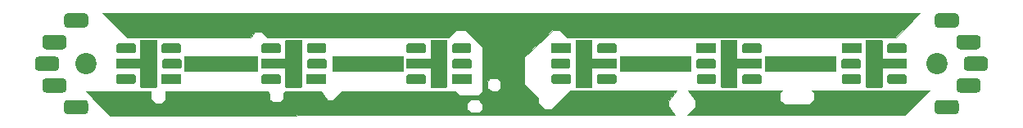
<source format=gts>
%TF.GenerationSoftware,KiCad,Pcbnew,5.1.10-88a1d61d58~90~ubuntu20.04.1*%
%TF.CreationDate,2021-10-17T13:06:20+02:00*%
%TF.ProjectId,LightSTICK,4c696768-7453-4544-9943-4b2e6b696361,rev?*%
%TF.SameCoordinates,Original*%
%TF.FileFunction,Soldermask,Top*%
%TF.FilePolarity,Negative*%
%FSLAX46Y46*%
G04 Gerber Fmt 4.6, Leading zero omitted, Abs format (unit mm)*
G04 Created by KiCad (PCBNEW 5.1.10-88a1d61d58~90~ubuntu20.04.1) date 2021-10-17 13:06:20*
%MOMM*%
%LPD*%
G01*
G04 APERTURE LIST*
%ADD10C,0.100000*%
%ADD11R,2.800000X1.000000*%
%ADD12R,2.000000X1.000000*%
%ADD13C,2.200000*%
G04 APERTURE END LIST*
D10*
G36*
X52700000Y-60100000D02*
G01*
X53200000Y-60600000D01*
X53800000Y-60600000D01*
X54200000Y-60200000D01*
X54200000Y-59400000D01*
X64800000Y-59400000D01*
X65000000Y-59600000D01*
X65000000Y-60200000D01*
X65300000Y-60500000D01*
X66100000Y-60500000D01*
X66400000Y-60200000D01*
X66400000Y-59600000D01*
X66600000Y-59400000D01*
X70300000Y-59400000D01*
X71000000Y-60300000D01*
X71600000Y-60300000D01*
X72400000Y-59400000D01*
X84200000Y-59400000D01*
X84600000Y-59800000D01*
X86600000Y-59800000D01*
X87000000Y-59400000D01*
X87200000Y-60200000D01*
X87200000Y-60900000D01*
X86600000Y-60200000D01*
X85800000Y-60200000D01*
X85400000Y-60600000D01*
X85400000Y-61200000D01*
X85800000Y-61600000D01*
X86800000Y-61600000D01*
X86800000Y-61800000D01*
X48500000Y-61900000D01*
X46000000Y-59400000D01*
X52700000Y-59400000D01*
X52700000Y-60100000D01*
G37*
X52700000Y-60100000D02*
X53200000Y-60600000D01*
X53800000Y-60600000D01*
X54200000Y-60200000D01*
X54200000Y-59400000D01*
X64800000Y-59400000D01*
X65000000Y-59600000D01*
X65000000Y-60200000D01*
X65300000Y-60500000D01*
X66100000Y-60500000D01*
X66400000Y-60200000D01*
X66400000Y-59600000D01*
X66600000Y-59400000D01*
X70300000Y-59400000D01*
X71000000Y-60300000D01*
X71600000Y-60300000D01*
X72400000Y-59400000D01*
X84200000Y-59400000D01*
X84600000Y-59800000D01*
X86600000Y-59800000D01*
X87000000Y-59400000D01*
X87200000Y-60200000D01*
X87200000Y-60900000D01*
X86600000Y-60200000D01*
X85800000Y-60200000D01*
X85400000Y-60600000D01*
X85400000Y-61200000D01*
X85800000Y-61600000D01*
X86800000Y-61600000D01*
X86800000Y-61800000D01*
X48500000Y-61900000D01*
X46000000Y-59400000D01*
X52700000Y-59400000D01*
X52700000Y-60100000D01*
G36*
X129750000Y-53750000D02*
G01*
X95750000Y-53750000D01*
X95000000Y-53000000D01*
X94250000Y-53000000D01*
X92900000Y-54300000D01*
X85750000Y-53500000D01*
X85250000Y-53000000D01*
X84250000Y-53000000D01*
X83500000Y-53750000D01*
X64700000Y-53800000D01*
X64100000Y-53200000D01*
X63500000Y-53200000D01*
X63000000Y-53800000D01*
X50250000Y-53750000D01*
X47750000Y-51250000D01*
X132250000Y-51250000D01*
X129750000Y-53750000D01*
G37*
X129750000Y-53750000D02*
X95750000Y-53750000D01*
X95000000Y-53000000D01*
X94250000Y-53000000D01*
X92900000Y-54300000D01*
X85750000Y-53500000D01*
X85250000Y-53000000D01*
X84250000Y-53000000D01*
X83500000Y-53750000D01*
X64700000Y-53800000D01*
X64100000Y-53200000D01*
X63500000Y-53200000D01*
X63000000Y-53800000D01*
X50250000Y-53750000D01*
X47750000Y-51250000D01*
X132250000Y-51250000D01*
X129750000Y-53750000D01*
G36*
X106250000Y-60400000D02*
G01*
X106250000Y-60900000D01*
X106900000Y-61800000D01*
X86400000Y-61800000D01*
X87000000Y-61200000D01*
X87000000Y-59400000D01*
X92100000Y-59350000D01*
X92750000Y-60050000D01*
X92750000Y-60525000D01*
X93400000Y-61250000D01*
X94100000Y-61250000D01*
X96100000Y-59300000D01*
X107100000Y-59300000D01*
X106250000Y-60400000D01*
G37*
X106250000Y-60400000D02*
X106250000Y-60900000D01*
X106900000Y-61800000D01*
X86400000Y-61800000D01*
X87000000Y-61200000D01*
X87000000Y-59400000D01*
X92100000Y-59350000D01*
X92750000Y-60050000D01*
X92750000Y-60525000D01*
X93400000Y-61250000D01*
X94100000Y-61250000D01*
X96100000Y-59300000D01*
X107100000Y-59300000D01*
X106250000Y-60400000D01*
G36*
X117750000Y-59500000D02*
G01*
X117750000Y-60250000D01*
X118250000Y-60750000D01*
X120750000Y-60750000D01*
X121250000Y-60250000D01*
X121250000Y-59500000D01*
X121000000Y-59250000D01*
X133250000Y-59250000D01*
X130700000Y-61800000D01*
X108200000Y-61800000D01*
X109000000Y-61000000D01*
X109000000Y-60250000D01*
X108250000Y-59250000D01*
X118000000Y-59250000D01*
X117750000Y-59500000D01*
G37*
X117750000Y-59500000D02*
X117750000Y-60250000D01*
X118250000Y-60750000D01*
X120750000Y-60750000D01*
X121250000Y-60250000D01*
X121250000Y-59500000D01*
X121000000Y-59250000D01*
X133250000Y-59250000D01*
X130700000Y-61800000D01*
X108200000Y-61800000D01*
X109000000Y-61000000D01*
X109000000Y-60250000D01*
X108250000Y-59250000D01*
X118000000Y-59250000D01*
X117750000Y-59500000D01*
G36*
X91300000Y-55800000D02*
G01*
X91300000Y-58600000D01*
X92250000Y-59500000D01*
X88500000Y-59400000D01*
X88900000Y-59000000D01*
X88900000Y-58300000D01*
X88500000Y-58000000D01*
X87800000Y-58000000D01*
X87500000Y-58300000D01*
X87500000Y-59000000D01*
X88000000Y-59400000D01*
X87000000Y-59400000D01*
X87000000Y-54750000D01*
X85750000Y-53500000D01*
X93750000Y-53500000D01*
X91300000Y-55800000D01*
G37*
X91300000Y-55800000D02*
X91300000Y-58600000D01*
X92250000Y-59500000D01*
X88500000Y-59400000D01*
X88900000Y-59000000D01*
X88900000Y-58300000D01*
X88500000Y-58000000D01*
X87800000Y-58000000D01*
X87500000Y-58300000D01*
X87500000Y-59000000D01*
X88000000Y-59400000D01*
X87000000Y-59400000D01*
X87000000Y-54750000D01*
X85750000Y-53500000D01*
X93750000Y-53500000D01*
X91300000Y-55800000D01*
G36*
X123500000Y-57250000D02*
G01*
X116250000Y-57250000D01*
X116250000Y-55750000D01*
X123500000Y-55750000D01*
X123500000Y-57250000D01*
G37*
X123500000Y-57250000D02*
X116250000Y-57250000D01*
X116250000Y-55750000D01*
X123500000Y-55750000D01*
X123500000Y-57250000D01*
G36*
X108500000Y-57250000D02*
G01*
X101250000Y-57250000D01*
X101250000Y-55750000D01*
X108500000Y-55750000D01*
X108500000Y-57250000D01*
G37*
X108500000Y-57250000D02*
X101250000Y-57250000D01*
X101250000Y-55750000D01*
X108500000Y-55750000D01*
X108500000Y-57250000D01*
G36*
X78750000Y-57250000D02*
G01*
X71500000Y-57250000D01*
X71500000Y-55750000D01*
X78750000Y-55750000D01*
X78750000Y-57250000D01*
G37*
X78750000Y-57250000D02*
X71500000Y-57250000D01*
X71500000Y-55750000D01*
X78750000Y-55750000D01*
X78750000Y-57250000D01*
G36*
X63750000Y-57250000D02*
G01*
X56200000Y-57250000D01*
X56200000Y-55750000D01*
X63750000Y-55750000D01*
X63750000Y-57250000D01*
G37*
X63750000Y-57250000D02*
X56200000Y-57250000D01*
X56200000Y-55750000D01*
X63750000Y-55750000D01*
X63750000Y-57250000D01*
%TO.C,D4*%
G36*
G01*
X126630000Y-58913000D02*
X126630000Y-54087000D01*
G75*
G02*
X126717000Y-54000000I87000J0D01*
G01*
X128283000Y-54000000D01*
G75*
G02*
X128370000Y-54087000I0J-87000D01*
G01*
X128370000Y-58913000D01*
G75*
G02*
X128283000Y-59000000I-87000J0D01*
G01*
X126717000Y-59000000D01*
G75*
G02*
X126630000Y-58913000I0J87000D01*
G01*
G37*
G36*
G01*
X128850000Y-58450000D02*
X128850000Y-57750000D01*
G75*
G02*
X129000000Y-57600000I150000J0D01*
G01*
X130700000Y-57600000D01*
G75*
G02*
X130850000Y-57750000I0J-150000D01*
G01*
X130850000Y-58450000D01*
G75*
G02*
X130700000Y-58600000I-150000J0D01*
G01*
X129000000Y-58600000D01*
G75*
G02*
X128850000Y-58450000I0J150000D01*
G01*
G37*
D11*
X129500000Y-56500000D03*
G36*
G01*
X128850000Y-55250000D02*
X128850000Y-54550000D01*
G75*
G02*
X129000000Y-54400000I150000J0D01*
G01*
X130700000Y-54400000D01*
G75*
G02*
X130850000Y-54550000I0J-150000D01*
G01*
X130850000Y-55250000D01*
G75*
G02*
X130700000Y-55400000I-150000J0D01*
G01*
X129000000Y-55400000D01*
G75*
G02*
X128850000Y-55250000I0J150000D01*
G01*
G37*
G36*
G01*
X124150000Y-58450000D02*
X124150000Y-57750000D01*
G75*
G02*
X124300000Y-57600000I150000J0D01*
G01*
X126000000Y-57600000D01*
G75*
G02*
X126150000Y-57750000I0J-150000D01*
G01*
X126150000Y-58450000D01*
G75*
G02*
X126000000Y-58600000I-150000J0D01*
G01*
X124300000Y-58600000D01*
G75*
G02*
X124150000Y-58450000I0J150000D01*
G01*
G37*
G36*
G01*
X124100000Y-56850000D02*
X124100000Y-56150000D01*
G75*
G02*
X124250000Y-56000000I150000J0D01*
G01*
X125950000Y-56000000D01*
G75*
G02*
X126100000Y-56150000I0J-150000D01*
G01*
X126100000Y-56850000D01*
G75*
G02*
X125950000Y-57000000I-150000J0D01*
G01*
X124250000Y-57000000D01*
G75*
G02*
X124100000Y-56850000I0J150000D01*
G01*
G37*
D12*
X125150000Y-54900000D03*
%TD*%
%TO.C,D5*%
G36*
G01*
X111630000Y-58913000D02*
X111630000Y-54087000D01*
G75*
G02*
X111717000Y-54000000I87000J0D01*
G01*
X113283000Y-54000000D01*
G75*
G02*
X113370000Y-54087000I0J-87000D01*
G01*
X113370000Y-58913000D01*
G75*
G02*
X113283000Y-59000000I-87000J0D01*
G01*
X111717000Y-59000000D01*
G75*
G02*
X111630000Y-58913000I0J87000D01*
G01*
G37*
G36*
G01*
X113850000Y-58450000D02*
X113850000Y-57750000D01*
G75*
G02*
X114000000Y-57600000I150000J0D01*
G01*
X115700000Y-57600000D01*
G75*
G02*
X115850000Y-57750000I0J-150000D01*
G01*
X115850000Y-58450000D01*
G75*
G02*
X115700000Y-58600000I-150000J0D01*
G01*
X114000000Y-58600000D01*
G75*
G02*
X113850000Y-58450000I0J150000D01*
G01*
G37*
D11*
X114500000Y-56500000D03*
G36*
G01*
X113850000Y-55250000D02*
X113850000Y-54550000D01*
G75*
G02*
X114000000Y-54400000I150000J0D01*
G01*
X115700000Y-54400000D01*
G75*
G02*
X115850000Y-54550000I0J-150000D01*
G01*
X115850000Y-55250000D01*
G75*
G02*
X115700000Y-55400000I-150000J0D01*
G01*
X114000000Y-55400000D01*
G75*
G02*
X113850000Y-55250000I0J150000D01*
G01*
G37*
G36*
G01*
X109150000Y-58450000D02*
X109150000Y-57750000D01*
G75*
G02*
X109300000Y-57600000I150000J0D01*
G01*
X111000000Y-57600000D01*
G75*
G02*
X111150000Y-57750000I0J-150000D01*
G01*
X111150000Y-58450000D01*
G75*
G02*
X111000000Y-58600000I-150000J0D01*
G01*
X109300000Y-58600000D01*
G75*
G02*
X109150000Y-58450000I0J150000D01*
G01*
G37*
G36*
G01*
X109100000Y-56850000D02*
X109100000Y-56150000D01*
G75*
G02*
X109250000Y-56000000I150000J0D01*
G01*
X110950000Y-56000000D01*
G75*
G02*
X111100000Y-56150000I0J-150000D01*
G01*
X111100000Y-56850000D01*
G75*
G02*
X110950000Y-57000000I-150000J0D01*
G01*
X109250000Y-57000000D01*
G75*
G02*
X109100000Y-56850000I0J150000D01*
G01*
G37*
D12*
X110150000Y-54900000D03*
%TD*%
%TO.C,D3*%
G36*
G01*
X83370000Y-54087000D02*
X83370000Y-58913000D01*
G75*
G02*
X83283000Y-59000000I-87000J0D01*
G01*
X81717000Y-59000000D01*
G75*
G02*
X81630000Y-58913000I0J87000D01*
G01*
X81630000Y-54087000D01*
G75*
G02*
X81717000Y-54000000I87000J0D01*
G01*
X83283000Y-54000000D01*
G75*
G02*
X83370000Y-54087000I0J-87000D01*
G01*
G37*
G36*
G01*
X81150000Y-54550000D02*
X81150000Y-55250000D01*
G75*
G02*
X81000000Y-55400000I-150000J0D01*
G01*
X79300000Y-55400000D01*
G75*
G02*
X79150000Y-55250000I0J150000D01*
G01*
X79150000Y-54550000D01*
G75*
G02*
X79300000Y-54400000I150000J0D01*
G01*
X81000000Y-54400000D01*
G75*
G02*
X81150000Y-54550000I0J-150000D01*
G01*
G37*
D11*
X80500000Y-56500000D03*
G36*
G01*
X81150000Y-57750000D02*
X81150000Y-58450000D01*
G75*
G02*
X81000000Y-58600000I-150000J0D01*
G01*
X79300000Y-58600000D01*
G75*
G02*
X79150000Y-58450000I0J150000D01*
G01*
X79150000Y-57750000D01*
G75*
G02*
X79300000Y-57600000I150000J0D01*
G01*
X81000000Y-57600000D01*
G75*
G02*
X81150000Y-57750000I0J-150000D01*
G01*
G37*
G36*
G01*
X85850000Y-54550000D02*
X85850000Y-55250000D01*
G75*
G02*
X85700000Y-55400000I-150000J0D01*
G01*
X84000000Y-55400000D01*
G75*
G02*
X83850000Y-55250000I0J150000D01*
G01*
X83850000Y-54550000D01*
G75*
G02*
X84000000Y-54400000I150000J0D01*
G01*
X85700000Y-54400000D01*
G75*
G02*
X85850000Y-54550000I0J-150000D01*
G01*
G37*
G36*
G01*
X85900000Y-56150000D02*
X85900000Y-56850000D01*
G75*
G02*
X85750000Y-57000000I-150000J0D01*
G01*
X84050000Y-57000000D01*
G75*
G02*
X83900000Y-56850000I0J150000D01*
G01*
X83900000Y-56150000D01*
G75*
G02*
X84050000Y-56000000I150000J0D01*
G01*
X85750000Y-56000000D01*
G75*
G02*
X85900000Y-56150000I0J-150000D01*
G01*
G37*
D12*
X84850000Y-58100000D03*
%TD*%
%TO.C,D2*%
G36*
G01*
X68370000Y-54087000D02*
X68370000Y-58913000D01*
G75*
G02*
X68283000Y-59000000I-87000J0D01*
G01*
X66717000Y-59000000D01*
G75*
G02*
X66630000Y-58913000I0J87000D01*
G01*
X66630000Y-54087000D01*
G75*
G02*
X66717000Y-54000000I87000J0D01*
G01*
X68283000Y-54000000D01*
G75*
G02*
X68370000Y-54087000I0J-87000D01*
G01*
G37*
G36*
G01*
X66150000Y-54550000D02*
X66150000Y-55250000D01*
G75*
G02*
X66000000Y-55400000I-150000J0D01*
G01*
X64300000Y-55400000D01*
G75*
G02*
X64150000Y-55250000I0J150000D01*
G01*
X64150000Y-54550000D01*
G75*
G02*
X64300000Y-54400000I150000J0D01*
G01*
X66000000Y-54400000D01*
G75*
G02*
X66150000Y-54550000I0J-150000D01*
G01*
G37*
D11*
X65500000Y-56500000D03*
G36*
G01*
X66150000Y-57750000D02*
X66150000Y-58450000D01*
G75*
G02*
X66000000Y-58600000I-150000J0D01*
G01*
X64300000Y-58600000D01*
G75*
G02*
X64150000Y-58450000I0J150000D01*
G01*
X64150000Y-57750000D01*
G75*
G02*
X64300000Y-57600000I150000J0D01*
G01*
X66000000Y-57600000D01*
G75*
G02*
X66150000Y-57750000I0J-150000D01*
G01*
G37*
G36*
G01*
X70850000Y-54550000D02*
X70850000Y-55250000D01*
G75*
G02*
X70700000Y-55400000I-150000J0D01*
G01*
X69000000Y-55400000D01*
G75*
G02*
X68850000Y-55250000I0J150000D01*
G01*
X68850000Y-54550000D01*
G75*
G02*
X69000000Y-54400000I150000J0D01*
G01*
X70700000Y-54400000D01*
G75*
G02*
X70850000Y-54550000I0J-150000D01*
G01*
G37*
G36*
G01*
X70900000Y-56150000D02*
X70900000Y-56850000D01*
G75*
G02*
X70750000Y-57000000I-150000J0D01*
G01*
X69050000Y-57000000D01*
G75*
G02*
X68900000Y-56850000I0J150000D01*
G01*
X68900000Y-56150000D01*
G75*
G02*
X69050000Y-56000000I150000J0D01*
G01*
X70750000Y-56000000D01*
G75*
G02*
X70900000Y-56150000I0J-150000D01*
G01*
G37*
D12*
X69850000Y-58100000D03*
%TD*%
%TO.C,D1*%
G36*
G01*
X53370000Y-54086999D02*
X53370000Y-58912999D01*
G75*
G02*
X53283000Y-58999999I-87000J0D01*
G01*
X51717000Y-58999999D01*
G75*
G02*
X51630000Y-58912999I0J87000D01*
G01*
X51630000Y-54086999D01*
G75*
G02*
X51717000Y-53999999I87000J0D01*
G01*
X53283000Y-53999999D01*
G75*
G02*
X53370000Y-54086999I0J-87000D01*
G01*
G37*
G36*
G01*
X51150000Y-54549999D02*
X51150000Y-55249999D01*
G75*
G02*
X51000000Y-55399999I-150000J0D01*
G01*
X49300000Y-55399999D01*
G75*
G02*
X49150000Y-55249999I0J150000D01*
G01*
X49150000Y-54549999D01*
G75*
G02*
X49300000Y-54399999I150000J0D01*
G01*
X51000000Y-54399999D01*
G75*
G02*
X51150000Y-54549999I0J-150000D01*
G01*
G37*
D11*
X50500000Y-56499999D03*
G36*
G01*
X51150000Y-57749999D02*
X51150000Y-58449999D01*
G75*
G02*
X51000000Y-58599999I-150000J0D01*
G01*
X49300000Y-58599999D01*
G75*
G02*
X49150000Y-58449999I0J150000D01*
G01*
X49150000Y-57749999D01*
G75*
G02*
X49300000Y-57599999I150000J0D01*
G01*
X51000000Y-57599999D01*
G75*
G02*
X51150000Y-57749999I0J-150000D01*
G01*
G37*
G36*
G01*
X55850000Y-54549999D02*
X55850000Y-55249999D01*
G75*
G02*
X55700000Y-55399999I-150000J0D01*
G01*
X54000000Y-55399999D01*
G75*
G02*
X53850000Y-55249999I0J150000D01*
G01*
X53850000Y-54549999D01*
G75*
G02*
X54000000Y-54399999I150000J0D01*
G01*
X55700000Y-54399999D01*
G75*
G02*
X55850000Y-54549999I0J-150000D01*
G01*
G37*
G36*
G01*
X55900000Y-56149999D02*
X55900000Y-56849999D01*
G75*
G02*
X55750000Y-56999999I-150000J0D01*
G01*
X54050000Y-56999999D01*
G75*
G02*
X53900000Y-56849999I0J150000D01*
G01*
X53900000Y-56149999D01*
G75*
G02*
X54050000Y-55999999I150000J0D01*
G01*
X55750000Y-55999999D01*
G75*
G02*
X55900000Y-56149999I0J-150000D01*
G01*
G37*
D12*
X54850000Y-58099999D03*
%TD*%
%TO.C,D6*%
G36*
G01*
X96630000Y-58913000D02*
X96630000Y-54087000D01*
G75*
G02*
X96717000Y-54000000I87000J0D01*
G01*
X98283000Y-54000000D01*
G75*
G02*
X98370000Y-54087000I0J-87000D01*
G01*
X98370000Y-58913000D01*
G75*
G02*
X98283000Y-59000000I-87000J0D01*
G01*
X96717000Y-59000000D01*
G75*
G02*
X96630000Y-58913000I0J87000D01*
G01*
G37*
G36*
G01*
X98850000Y-58450000D02*
X98850000Y-57750000D01*
G75*
G02*
X99000000Y-57600000I150000J0D01*
G01*
X100700000Y-57600000D01*
G75*
G02*
X100850000Y-57750000I0J-150000D01*
G01*
X100850000Y-58450000D01*
G75*
G02*
X100700000Y-58600000I-150000J0D01*
G01*
X99000000Y-58600000D01*
G75*
G02*
X98850000Y-58450000I0J150000D01*
G01*
G37*
D11*
X99500000Y-56500000D03*
G36*
G01*
X98850000Y-55250000D02*
X98850000Y-54550000D01*
G75*
G02*
X99000000Y-54400000I150000J0D01*
G01*
X100700000Y-54400000D01*
G75*
G02*
X100850000Y-54550000I0J-150000D01*
G01*
X100850000Y-55250000D01*
G75*
G02*
X100700000Y-55400000I-150000J0D01*
G01*
X99000000Y-55400000D01*
G75*
G02*
X98850000Y-55250000I0J150000D01*
G01*
G37*
G36*
G01*
X94150000Y-58450000D02*
X94150000Y-57750000D01*
G75*
G02*
X94300000Y-57600000I150000J0D01*
G01*
X96000000Y-57600000D01*
G75*
G02*
X96150000Y-57750000I0J-150000D01*
G01*
X96150000Y-58450000D01*
G75*
G02*
X96000000Y-58600000I-150000J0D01*
G01*
X94300000Y-58600000D01*
G75*
G02*
X94150000Y-58450000I0J150000D01*
G01*
G37*
G36*
G01*
X94100000Y-56850000D02*
X94100000Y-56150000D01*
G75*
G02*
X94250000Y-56000000I150000J0D01*
G01*
X95950000Y-56000000D01*
G75*
G02*
X96100000Y-56150000I0J-150000D01*
G01*
X96100000Y-56850000D01*
G75*
G02*
X95950000Y-57000000I-150000J0D01*
G01*
X94250000Y-57000000D01*
G75*
G02*
X94100000Y-56850000I0J150000D01*
G01*
G37*
D12*
X95150000Y-54900000D03*
%TD*%
D13*
%TO.C,H2*%
X134000000Y-56500000D03*
%TD*%
%TO.C,H1*%
X46000000Y-56500000D03*
%TD*%
%TO.C,J12*%
G36*
G01*
X136750000Y-56875000D02*
X136750000Y-56125000D01*
G75*
G02*
X137125000Y-55750000I375000J0D01*
G01*
X138875000Y-55750000D01*
G75*
G02*
X139250000Y-56125000I0J-375000D01*
G01*
X139250000Y-56875000D01*
G75*
G02*
X138875000Y-57250000I-375000J0D01*
G01*
X137125000Y-57250000D01*
G75*
G02*
X136750000Y-56875000I0J375000D01*
G01*
G37*
%TD*%
%TO.C,J11*%
G36*
G01*
X136000000Y-54625000D02*
X136000000Y-53875000D01*
G75*
G02*
X136375000Y-53500000I375000J0D01*
G01*
X138125000Y-53500000D01*
G75*
G02*
X138500000Y-53875000I0J-375000D01*
G01*
X138500000Y-54625000D01*
G75*
G02*
X138125000Y-55000000I-375000J0D01*
G01*
X136375000Y-55000000D01*
G75*
G02*
X136000000Y-54625000I0J375000D01*
G01*
G37*
%TD*%
%TO.C,J10*%
G36*
G01*
X136000000Y-59125000D02*
X136000000Y-58375000D01*
G75*
G02*
X136375000Y-58000000I375000J0D01*
G01*
X138125000Y-58000000D01*
G75*
G02*
X138500000Y-58375000I0J-375000D01*
G01*
X138500000Y-59125000D01*
G75*
G02*
X138125000Y-59500000I-375000J0D01*
G01*
X136375000Y-59500000D01*
G75*
G02*
X136000000Y-59125000I0J375000D01*
G01*
G37*
%TD*%
%TO.C,J9*%
G36*
G01*
X133750000Y-52375000D02*
X133750000Y-51625000D01*
G75*
G02*
X134125000Y-51250000I375000J0D01*
G01*
X135875000Y-51250000D01*
G75*
G02*
X136250000Y-51625000I0J-375000D01*
G01*
X136250000Y-52375000D01*
G75*
G02*
X135875000Y-52750000I-375000J0D01*
G01*
X134125000Y-52750000D01*
G75*
G02*
X133750000Y-52375000I0J375000D01*
G01*
G37*
%TD*%
%TO.C,J8*%
G36*
G01*
X133750000Y-61375000D02*
X133750000Y-60625000D01*
G75*
G02*
X134125000Y-60250000I375000J0D01*
G01*
X135875000Y-60250000D01*
G75*
G02*
X136250000Y-60625000I0J-375000D01*
G01*
X136250000Y-61375000D01*
G75*
G02*
X135875000Y-61750000I-375000J0D01*
G01*
X134125000Y-61750000D01*
G75*
G02*
X133750000Y-61375000I0J375000D01*
G01*
G37*
%TD*%
%TO.C,J7*%
G36*
G01*
X43750000Y-61375000D02*
X43750000Y-60625000D01*
G75*
G02*
X44125000Y-60250000I375000J0D01*
G01*
X45875000Y-60250000D01*
G75*
G02*
X46250000Y-60625000I0J-375000D01*
G01*
X46250000Y-61375000D01*
G75*
G02*
X45875000Y-61750000I-375000J0D01*
G01*
X44125000Y-61750000D01*
G75*
G02*
X43750000Y-61375000I0J375000D01*
G01*
G37*
%TD*%
%TO.C,J6*%
G36*
G01*
X43750000Y-52375000D02*
X43750000Y-51625000D01*
G75*
G02*
X44125000Y-51250000I375000J0D01*
G01*
X45875000Y-51250000D01*
G75*
G02*
X46250000Y-51625000I0J-375000D01*
G01*
X46250000Y-52375000D01*
G75*
G02*
X45875000Y-52750000I-375000J0D01*
G01*
X44125000Y-52750000D01*
G75*
G02*
X43750000Y-52375000I0J375000D01*
G01*
G37*
%TD*%
%TO.C,J5*%
G36*
G01*
X41500000Y-59125000D02*
X41500000Y-58375000D01*
G75*
G02*
X41875000Y-58000000I375000J0D01*
G01*
X43625000Y-58000000D01*
G75*
G02*
X44000000Y-58375000I0J-375000D01*
G01*
X44000000Y-59125000D01*
G75*
G02*
X43625000Y-59500000I-375000J0D01*
G01*
X41875000Y-59500000D01*
G75*
G02*
X41500000Y-59125000I0J375000D01*
G01*
G37*
%TD*%
%TO.C,J4*%
G36*
G01*
X41500000Y-54625000D02*
X41500000Y-53875000D01*
G75*
G02*
X41875000Y-53500000I375000J0D01*
G01*
X43625000Y-53500000D01*
G75*
G02*
X44000000Y-53875000I0J-375000D01*
G01*
X44000000Y-54625000D01*
G75*
G02*
X43625000Y-55000000I-375000J0D01*
G01*
X41875000Y-55000000D01*
G75*
G02*
X41500000Y-54625000I0J375000D01*
G01*
G37*
%TD*%
%TO.C,J1*%
G36*
G01*
X40750000Y-56875000D02*
X40750000Y-56125000D01*
G75*
G02*
X41125000Y-55750000I375000J0D01*
G01*
X42875000Y-55750000D01*
G75*
G02*
X43250000Y-56125000I0J-375000D01*
G01*
X43250000Y-56875000D01*
G75*
G02*
X42875000Y-57250000I-375000J0D01*
G01*
X41125000Y-57250000D01*
G75*
G02*
X40750000Y-56875000I0J375000D01*
G01*
G37*
%TD*%
M02*

</source>
